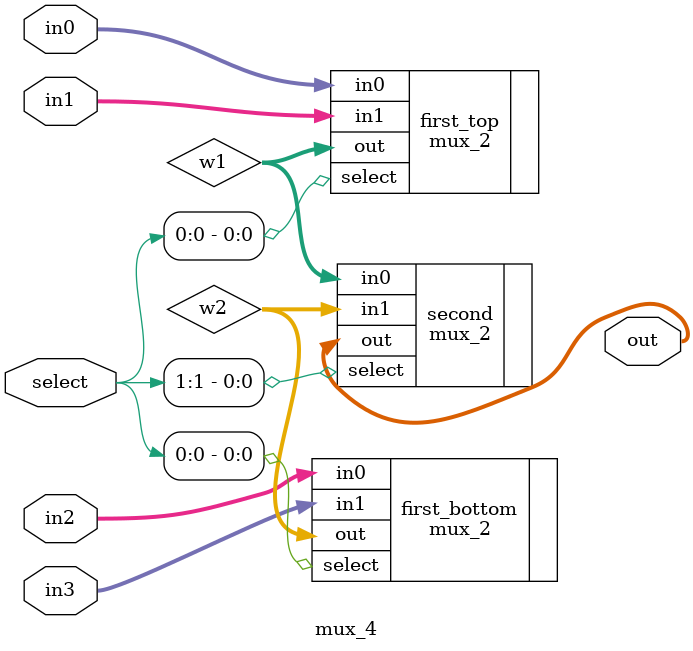
<source format=v>
module mux_4(select,in0,in1,in2,in3,out);
	input[1:0] select;
	input [31:0] in0, in1,in2,in3;
	output[31:0] out;
	wire [31:0] w1,w2;
	mux_2 first_top(.select(select[0]),.in0(in0),.in1(in1),.out(w1));
	mux_2 first_bottom(.select(select[0]),.in0(in2),.in1(in3),.out(w2));
	mux_2 second(.select(select[1]),.in0(w1),.in1(w2),.out(out));
endmodule
	

</source>
